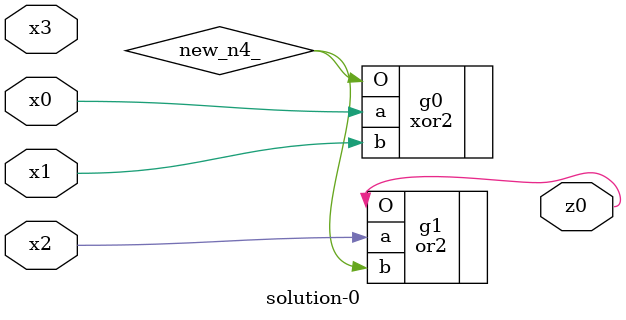
<source format=v>
module \solution-0 (
  x0, x1, x2, x3,
  z0 );
  input x0, x1, x2, x3;
  output z0;
  wire new_n4_;
  xor2  g0(.a(x0), .b(x1), .O(new_n4_));
  or2  g1(.a(x2), .b(new_n4_), .O(z0));
endmodule

</source>
